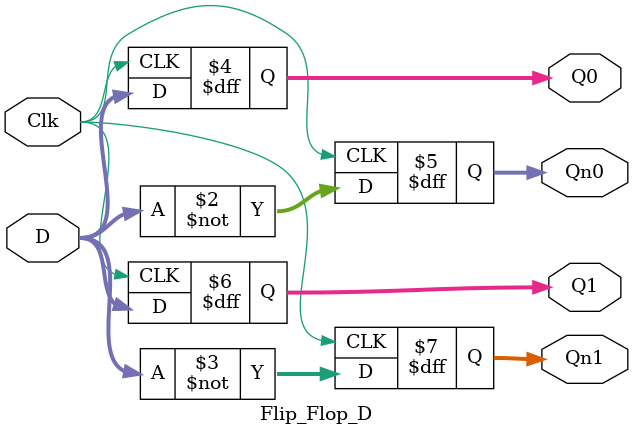
<source format=v>
module Flip_Flop_D(
    input  wire Clk,
	 input  wire [4:0] D,
    output reg [4:0] Q0,
    output reg [4:0] Qn0,
    output reg [4:0] Q1,
    output reg [4:0] Qn1
);

always @(posedge Clk) 
begin
    		Q0  <= D;
			Qn0 <= ~D;
         Q1  <= D;
			Qn1 <= ~D;

end
endmodule

</source>
